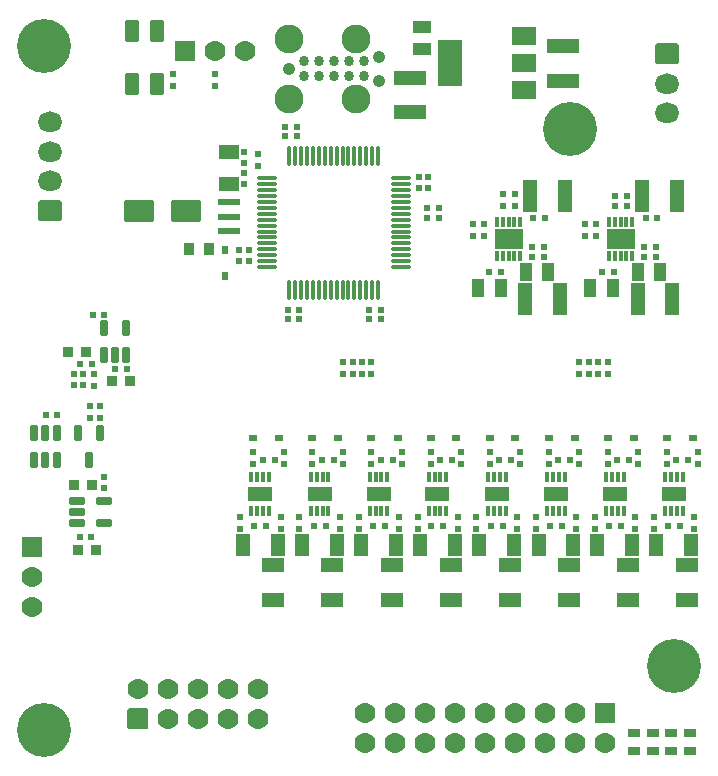
<source format=gts>
%FSLAX23Y23*%
%MOIN*%
%SFA1B1*%

%IPPOS*%
%AMD45*
4,1,8,0.029000,0.007400,-0.029000,0.007400,-0.032000,0.004400,-0.032000,-0.004400,-0.029000,-0.007400,0.029000,-0.007400,0.032000,-0.004400,0.032000,0.004400,0.029000,0.007400,0.0*
1,1,0.005940,0.029000,0.004400*
1,1,0.005940,-0.029000,0.004400*
1,1,0.005940,-0.029000,-0.004400*
1,1,0.005940,0.029000,-0.004400*
%
%AMD46*
4,1,8,0.004400,0.032000,-0.004400,0.032000,-0.007400,0.029000,-0.007400,-0.029000,-0.004400,-0.032000,0.004400,-0.032000,0.007400,-0.029000,0.007400,0.029000,0.004400,0.032000,0.0*
1,1,0.005940,0.004400,0.029000*
1,1,0.005940,-0.004400,0.029000*
1,1,0.005940,-0.004400,-0.029000*
1,1,0.005940,0.004400,-0.029000*
%
%AMD51*
4,1,8,0.013300,-0.023100,0.013300,0.023100,0.008900,0.027600,-0.008900,0.027600,-0.013300,0.023100,-0.013300,-0.023100,-0.008900,-0.027600,0.008900,-0.027600,0.013300,-0.023100,0.0*
1,1,0.008900,0.008900,-0.023100*
1,1,0.008900,0.008900,0.023100*
1,1,0.008900,-0.008900,0.023100*
1,1,0.008900,-0.008900,-0.023100*
%
%AMD57*
4,1,8,-0.006400,0.015500,-0.006400,-0.015500,-0.003700,-0.018200,0.003700,-0.018200,0.006400,-0.015500,0.006400,0.015500,0.003700,0.018200,-0.003700,0.018200,-0.006400,0.015500,0.0*
1,1,0.005460,-0.003700,0.015500*
1,1,0.005460,-0.003700,-0.015500*
1,1,0.005460,0.003700,-0.015500*
1,1,0.005460,0.003700,0.015500*
%
%AMD60*
4,1,8,-0.023100,0.031200,-0.023100,-0.031200,-0.018400,-0.035900,0.018400,-0.035900,0.023100,-0.031200,0.023100,0.031200,0.018400,0.035900,-0.018400,0.035900,-0.023100,0.031200,0.0*
1,1,0.009480,-0.018400,0.031200*
1,1,0.009480,-0.018400,-0.031200*
1,1,0.009480,0.018400,-0.031200*
1,1,0.009480,0.018400,0.031200*
%
%AMD64*
4,1,8,-0.044200,-0.036900,0.044200,-0.036900,0.050700,-0.030500,0.050700,0.030500,0.044200,0.036900,-0.044200,0.036900,-0.050700,0.030500,-0.050700,-0.030500,-0.044200,-0.036900,0.0*
1,1,0.012920,-0.044200,-0.030500*
1,1,0.012920,0.044200,-0.030500*
1,1,0.012920,0.044200,0.030500*
1,1,0.012920,-0.044200,0.030500*
%
%AMD66*
4,1,8,0.023100,0.013300,-0.023100,0.013300,-0.027600,0.008900,-0.027600,-0.008900,-0.023100,-0.013300,0.023100,-0.013300,0.027600,-0.008900,0.027600,0.008900,0.023100,0.013300,0.0*
1,1,0.008900,0.023100,0.008900*
1,1,0.008900,-0.023100,0.008900*
1,1,0.008900,-0.023100,-0.008900*
1,1,0.008900,0.023100,-0.008900*
%
%AMD75*
4,1,8,0.039900,0.000000,0.039900,0.000000,0.004900,0.035000,-0.004900,0.035000,-0.039900,0.000000,-0.039900,0.000000,-0.004900,-0.035000,0.004900,-0.035000,0.039900,0.000000,0.0*
1,1,0.069920,0.004900,0.000000*
1,1,0.069920,0.004900,0.000000*
1,1,0.069920,-0.004900,0.000000*
1,1,0.069920,-0.004900,0.000000*
%
%AMD76*
4,1,8,0.039900,-0.028400,0.039900,0.028400,0.033400,0.035000,-0.033400,0.035000,-0.039900,0.028400,-0.039900,-0.028400,-0.033400,-0.035000,0.033400,-0.035000,0.039900,-0.028400,0.0*
1,1,0.013040,0.033400,-0.028400*
1,1,0.013040,0.033400,0.028400*
1,1,0.013040,-0.033400,0.028400*
1,1,0.013040,-0.033400,-0.028400*
%
%AMD78*
4,1,8,-0.035000,0.028400,-0.035000,-0.028400,-0.028400,-0.035000,0.028400,-0.035000,0.035000,-0.028400,0.035000,0.028400,0.028400,0.035000,-0.028400,0.035000,-0.035000,0.028400,0.0*
1,1,0.013040,-0.028400,0.028400*
1,1,0.013040,-0.028400,-0.028400*
1,1,0.013040,0.028400,-0.028400*
1,1,0.013040,0.028400,0.028400*
%
%AMD81*
4,1,8,0.000000,0.035000,0.000000,0.035000,-0.035000,0.000000,-0.035000,0.000000,0.000000,-0.035000,0.000000,-0.035000,0.035000,0.000000,0.035000,0.000000,0.000000,0.035000,0.0*
1,1,0.069920,0.000000,0.000000*
1,1,0.069920,0.000000,0.000000*
1,1,0.069920,0.000000,0.000000*
1,1,0.069920,0.000000,0.000000*
%
%AMD84*
4,1,8,-0.035000,0.000000,-0.035000,0.000000,0.000000,-0.035000,0.000000,-0.035000,0.035000,0.000000,0.035000,0.000000,0.000000,0.035000,0.000000,0.035000,-0.035000,0.000000,0.0*
1,1,0.069920,0.000000,0.000000*
1,1,0.069920,0.000000,0.000000*
1,1,0.069920,0.000000,0.000000*
1,1,0.069920,0.000000,0.000000*
%
G04~CAMADD=45~8~0.0~0.0~640.2~148.0~29.7~0.0~15~0.0~0.0~0.0~0.0~0~0.0~0.0~0.0~0.0~0~0.0~0.0~0.0~0.0~640.2~148.0*
%ADD45D45*%
G04~CAMADD=46~8~0.0~0.0~148.0~640.2~29.7~0.0~15~0.0~0.0~0.0~0.0~0~0.0~0.0~0.0~0.0~0~0.0~0.0~0.0~0.0~148.0~640.2*
%ADD46D46*%
%ADD47R,0.038420X0.026610*%
%ADD48R,0.022680X0.023460*%
%ADD49R,0.042990X0.058990*%
%ADD50R,0.024990X0.022990*%
G04~CAMADD=51~8~0.0~0.0~551.6~266.1~44.5~0.0~15~0.0~0.0~0.0~0.0~0~0.0~0.0~0.0~0.0~0~0.0~0.0~0.0~270.0~266.0~552.0*
%ADD51D51*%
%ADD52R,0.037990X0.035280*%
%ADD53R,0.023460X0.022680*%
%ADD54R,0.022990X0.024990*%
%ADD55R,0.034490X0.040390*%
%ADD56R,0.081730X0.050240*%
G04~CAMADD=57~8~0.0~0.0~364.6~128.4~27.3~0.0~15~0.0~0.0~0.0~0.0~0~0.0~0.0~0.0~0.0~0~0.0~0.0~0.0~90.0~128.0~364.0*
%ADD57D57*%
%ADD58R,0.047990X0.107990*%
%ADD59C,0.033990*%
G04~CAMADD=60~8~0.0~0.0~718.9~463.0~47.4~0.0~15~0.0~0.0~0.0~0.0~0~0.0~0.0~0.0~0.0~0~0.0~0.0~0.0~90.0~462.0~718.0*
%ADD60D60*%
%ADD61R,0.071890X0.018740*%
%ADD62R,0.069920X0.046300*%
%ADD63R,0.020710X0.026610*%
G04~CAMADD=64~8~0.0~0.0~1014.2~738.6~64.6~0.0~15~0.0~0.0~0.0~0.0~0~0.0~0.0~0.0~0.0~0~0.0~0.0~0.0~180.0~1014.0~738.0*
%ADD64D64*%
%ADD65R,0.058990X0.042990*%
G04~CAMADD=66~8~0.0~0.0~551.6~266.1~44.5~0.0~15~0.0~0.0~0.0~0.0~0~0.0~0.0~0.0~0.0~0~0.0~0.0~0.0~0.0~551.6~266.1*
%ADD66D66*%
%ADD67R,0.046990X0.072990*%
%ADD68R,0.072990X0.046990*%
%ADD69R,0.026610X0.020710*%
%ADD70R,0.097480X0.067950*%
%ADD71R,0.014800X0.032520*%
%ADD72R,0.107990X0.047990*%
%ADD73R,0.081730X0.062050*%
%ADD74R,0.081730X0.152600*%
G04~CAMADD=75~8~0.0~0.0~699.2~797.6~349.6~0.0~15~0.0~0.0~0.0~0.0~0~0.0~0.0~0.0~0.0~0~0.0~0.0~0.0~270.0~798.0~700.0*
%ADD75D75*%
G04~CAMADD=76~8~0.0~0.0~699.2~797.6~65.2~0.0~15~0.0~0.0~0.0~0.0~0~0.0~0.0~0.0~0.0~0~0.0~0.0~0.0~270.0~798.0~700.0*
%ADD76D76*%
%ADD77C,0.180160*%
G04~CAMADD=78~8~0.0~0.0~699.2~699.2~65.2~0.0~15~0.0~0.0~0.0~0.0~0~0.0~0.0~0.0~0.0~0~0.0~0.0~0.0~90.0~700.0~700.0*
%ADD78D78*%
%ADD79C,0.069920*%
%ADD80R,0.069920X0.069920*%
G04~CAMADD=81~8~0.0~0.0~699.2~699.2~349.6~0.0~15~0.0~0.0~0.0~0.0~0~0.0~0.0~0.0~0.0~0~0.0~0.0~0.0~0.0~699.2~699.2*
%ADD81D81*%
%ADD82C,0.041990*%
%ADD83C,0.096490*%
G04~CAMADD=84~8~0.0~0.0~699.2~699.2~349.6~0.0~15~0.0~0.0~0.0~0.0~0~0.0~0.0~0.0~0.0~0~0.0~0.0~0.0~90.0~700.0~699.0*
%ADD84D84*%
%ADD85R,0.069920X0.069920*%
%ADD86C,0.024650*%
%LNbenchy-voltmeter-pcb-1*%
%LPD*%
G54D45*
X1745Y2942D03*
X2191D03*
Y2647D03*
X1745D03*
X2191Y2923D03*
Y2903D03*
Y2883D03*
Y2864D03*
Y2844D03*
Y2824D03*
Y2805D03*
Y2785D03*
Y2765D03*
Y2746D03*
Y2726D03*
Y2706D03*
Y2687D03*
Y2667D03*
X1745D03*
Y2687D03*
Y2706D03*
Y2726D03*
Y2746D03*
Y2765D03*
Y2785D03*
Y2805D03*
Y2824D03*
Y2844D03*
Y2864D03*
Y2883D03*
Y2903D03*
Y2923D03*
G54D46*
X1820Y3018D03*
X2116D03*
Y2571D03*
X1820D03*
X1840Y3018D03*
X1860D03*
X1879D03*
X1899D03*
X1919D03*
X1938D03*
X1958D03*
X1978D03*
X1998D03*
X2017D03*
X2037D03*
X2057D03*
X2076D03*
X2096D03*
Y2571D03*
X2076D03*
X2057D03*
X2037D03*
X2017D03*
X1998D03*
X1978D03*
X1958D03*
X1938D03*
X1919D03*
X1899D03*
X1879D03*
X1860D03*
X1840D03*
G54D47*
X3157Y1032D03*
Y1093D03*
X2968Y1032D03*
Y1093D03*
X3031Y1032D03*
Y1093D03*
X3094Y1032D03*
Y1093D03*
G54D48*
X3046Y2811D03*
X3008D03*
X1008Y2153D03*
X1046D03*
X1203Y2488D03*
X1166D03*
X1278Y2307D03*
X1240D03*
X1853Y2472D03*
X1815D03*
X1122Y1748D03*
X1160D03*
X2630Y2712D03*
X2668D03*
X2630Y2681D03*
X2668D03*
X1807Y3082D03*
X1845D03*
X1807Y3114D03*
X1845D03*
X2634Y2811D03*
X2672D03*
X3004Y2681D03*
X3042D03*
X3004Y2712D03*
X3042D03*
X2125Y2503D03*
X2087D03*
X2125Y2472D03*
X2087D03*
X1853Y2503D03*
X1815D03*
G54D49*
X2608Y2629D03*
X2683D03*
X2982D03*
X3057D03*
X2824Y2578D03*
X2899D03*
X2450D03*
X2525D03*
G54D50*
X1188Y2145D03*
Y2185D03*
X1157Y2145D03*
Y2185D03*
X2094Y2291D03*
Y2331D03*
X2062Y2291D03*
Y2331D03*
X2031Y2291D03*
Y2331D03*
X2000Y2291D03*
Y2331D03*
X2881D03*
Y2291D03*
X2850D03*
Y2331D03*
X2818Y2291D03*
Y2331D03*
X2787Y2291D03*
Y2331D03*
X1169Y2291D03*
Y2251D03*
X1700Y1991D03*
Y2031D03*
X1897Y1991D03*
Y2031D03*
X2094Y1991D03*
Y2031D03*
X2291Y1991D03*
Y2031D03*
X2488Y1991D03*
Y2031D03*
X3078Y1991D03*
Y2031D03*
X2881Y1991D03*
Y2031D03*
X1657Y1775D03*
Y1815D03*
X1791Y1775D03*
Y1815D03*
X1854Y1775D03*
Y1815D03*
X3035Y1775D03*
Y1815D03*
X2972Y1775D03*
Y1815D03*
X2838Y1775D03*
Y1815D03*
X2775Y1775D03*
Y1815D03*
X2641Y1775D03*
Y1815D03*
X2578Y1775D03*
Y1815D03*
X2444Y1775D03*
Y1815D03*
X2051Y1775D03*
Y1815D03*
X1988Y1775D03*
Y1815D03*
X2248Y1775D03*
Y1815D03*
X2185Y1775D03*
Y1815D03*
X2381Y1775D03*
Y1815D03*
X1433Y3291D03*
Y3251D03*
X1573Y3291D03*
Y3251D03*
X3169Y1775D03*
Y1815D03*
X2685Y1991D03*
Y2031D03*
X1803Y1991D03*
Y2031D03*
X2000Y1991D03*
Y2031D03*
X2196Y1991D03*
Y2031D03*
X2393D03*
Y1991D03*
X2590D03*
Y2031D03*
X2787D03*
Y1991D03*
X2984D03*
Y2031D03*
X3181Y1991D03*
Y2031D03*
X2842Y2791D03*
Y2751D03*
X2807D03*
Y2791D03*
X2468D03*
Y2751D03*
X2433D03*
Y2791D03*
G54D51*
X1045Y2092D03*
X1007D03*
X970D03*
Y2002D03*
X1007D03*
X1045D03*
X1153D03*
X1116Y2092D03*
X1190D03*
X1202Y2442D03*
X1277D03*
Y2352D03*
X1240D03*
X1202D03*
G54D52*
X1144Y2362D03*
X1083D03*
X1290Y2267D03*
X1229D03*
X1115Y1704D03*
X1176D03*
X1103Y1921D03*
X1164D03*
G54D53*
X1102Y2290D03*
Y2252D03*
X1133Y2290D03*
Y2252D03*
X1669Y2922D03*
Y2959D03*
Y3030D03*
Y2992D03*
X1653Y2703D03*
Y2666D03*
X1685Y2703D03*
Y2666D03*
X1204Y1910D03*
Y1948D03*
X1716Y2985D03*
Y3022D03*
X2251Y2948D03*
Y2910D03*
X2283Y2948D03*
Y2910D03*
G54D54*
X1121Y2322D03*
X1161D03*
X1731Y2003D03*
X1771D03*
X1928D03*
X1968D03*
X2125D03*
X2165D03*
X2322D03*
X2362D03*
X2519D03*
X2559D03*
X3109D03*
X3149D03*
X2913D03*
X2953D03*
X1704Y1783D03*
X1744D03*
X1901D03*
X1941D03*
X3082D03*
X3122D03*
X2885D03*
X2925D03*
X2688D03*
X2728D03*
X2491D03*
X2531D03*
X2098D03*
X2138D03*
X2294D03*
X2334D03*
X2527Y2629D03*
X2487D03*
X2716Y2003D03*
X2756D03*
X2946Y2849D03*
X2906D03*
X2946Y2885D03*
X2906D03*
X2901Y2629D03*
X2861D03*
X2319Y2811D03*
X2279D03*
X2319Y2842D03*
X2279D03*
X2572Y2849D03*
X2532D03*
X2572Y2889D03*
X2532D03*
G54D55*
X1487Y2708D03*
X1552D03*
G54D56*
X3102Y1889D03*
X1724D03*
X1921D03*
X2118D03*
X2314D03*
X2905D03*
X2708D03*
X2511D03*
G54D57*
X3072Y1946D03*
X3092D03*
X3112D03*
X3131D03*
Y1832D03*
X3112D03*
X3092D03*
X3072D03*
X1694Y1946D03*
X1714D03*
X1734D03*
X1753D03*
Y1832D03*
X1734D03*
X1714D03*
X1694D03*
X1891Y1946D03*
X1911D03*
X1931D03*
X1950D03*
Y1832D03*
X1931D03*
X1911D03*
X1891D03*
X2088Y1946D03*
X2108D03*
X2127D03*
X2147D03*
Y1832D03*
X2127D03*
X2108D03*
X2088D03*
X2285Y1946D03*
X2305D03*
X2324D03*
X2344D03*
Y1832D03*
X2324D03*
X2305D03*
X2285D03*
X2875Y1946D03*
X2895D03*
X2915D03*
X2935D03*
Y1832D03*
X2915D03*
X2895D03*
X2875D03*
X2679Y1946D03*
X2698D03*
X2718D03*
X2738D03*
Y1832D03*
X2718D03*
X2698D03*
X2679D03*
X2482Y1946D03*
X2501D03*
X2521D03*
X2541D03*
Y1832D03*
X2521D03*
X2501D03*
X2482D03*
G54D58*
X2607Y2539D03*
X2723D03*
X2997Y2885D03*
X3113D03*
X2981Y2539D03*
X3097D03*
X2623Y2885D03*
X2739D03*
G54D59*
X1868Y3282D03*
X1918D03*
X1968D03*
X2018D03*
X2068D03*
Y3332D03*
X2018D03*
X1968D03*
X1918D03*
X1868D03*
G54D60*
X1296Y3257D03*
Y3435D03*
X1380Y3257D03*
Y3435D03*
G54D61*
X1618Y2767D03*
Y2814D03*
Y2862D03*
G54D62*
X1618Y2923D03*
Y3029D03*
G54D63*
X1606Y2618D03*
Y2704D03*
G54D64*
X1318Y2834D03*
X1476D03*
G54D65*
X2263Y3446D03*
Y3372D03*
G54D66*
X1202Y1868D03*
Y1793D03*
X1112D03*
Y1830D03*
Y1868D03*
G54D67*
X3044Y1720D03*
X3159D03*
X2847D03*
X2963D03*
X2651D03*
X2766D03*
X2454D03*
X2569D03*
X2257D03*
X2372D03*
X2060D03*
X2175D03*
X1863D03*
X1978D03*
X1666D03*
X1781D03*
G54D68*
X1767Y1536D03*
Y1652D03*
X1964Y1536D03*
Y1652D03*
X2161Y1536D03*
Y1652D03*
X2358Y1536D03*
Y1652D03*
X2555Y1536D03*
Y1652D03*
X2751Y1536D03*
Y1652D03*
X3145Y1536D03*
Y1652D03*
X2948Y1536D03*
Y1652D03*
G54D69*
X1787Y2078D03*
X1700D03*
X1984D03*
X1897D03*
X2181D03*
X2094D03*
X2377D03*
X2291D03*
X2574D03*
X2488D03*
X2771D03*
X2685D03*
X2968D03*
X2881D03*
X3165D03*
X3078D03*
G54D70*
X2551Y2740D03*
X2925D03*
G54D71*
X2590Y2682D03*
X2570D03*
X2551D03*
X2531D03*
X2511D03*
Y2798D03*
X2531D03*
X2551D03*
X2570D03*
X2590D03*
X2964Y2682D03*
X2944D03*
X2925D03*
X2905D03*
X2885D03*
Y2798D03*
X2905D03*
X2925D03*
X2944D03*
X2964D03*
G54D72*
X2224Y3278D03*
Y3162D03*
X2732Y3384D03*
Y3268D03*
G54D73*
X2604Y3236D03*
Y3326D03*
Y3417D03*
G54D74*
X2356Y3326D03*
G54D75*
X3080Y3159D03*
Y3257D03*
X1023Y2933D03*
Y3031D03*
Y3129D03*
G54D76*
X3080Y3356D03*
X1023Y2834D03*
G54D77*
X1003Y3385D03*
X2755Y3106D03*
X3102Y1318D03*
X1003Y1102D03*
G54D78*
X1317Y1141D03*
G54D79*
X1317Y1241D03*
X1417Y1141D03*
Y1241D03*
X1517Y1141D03*
Y1241D03*
X1617Y1141D03*
Y1241D03*
X1717Y1141D03*
Y1241D03*
G54D80*
X964Y1714D03*
G54D81*
X964Y1614D03*
Y1514D03*
G54D82*
X2118Y3267D03*
Y3347D03*
X1818Y3307D03*
G54D83*
X1818Y3407D03*
X2043Y3207D03*
Y3407D03*
X1818Y3207D03*
G54D84*
X1673Y3366D03*
X1573D03*
X2874Y1061D03*
X2774Y1161D03*
Y1061D03*
X2674Y1161D03*
Y1061D03*
X2574Y1161D03*
Y1061D03*
X2474Y1161D03*
Y1061D03*
X2374Y1161D03*
Y1061D03*
X2274Y1161D03*
Y1061D03*
X2174Y1161D03*
Y1061D03*
X2074Y1161D03*
Y1061D03*
G54D85*
X1473Y3366D03*
X2874Y1161D03*
G54D86*
X2551Y2720D03*
X2519Y2740D03*
X2582D03*
X2551Y2759D03*
X2925Y2720D03*
X2893Y2740D03*
X2956D03*
X2925Y2759D03*
M02*
</source>
